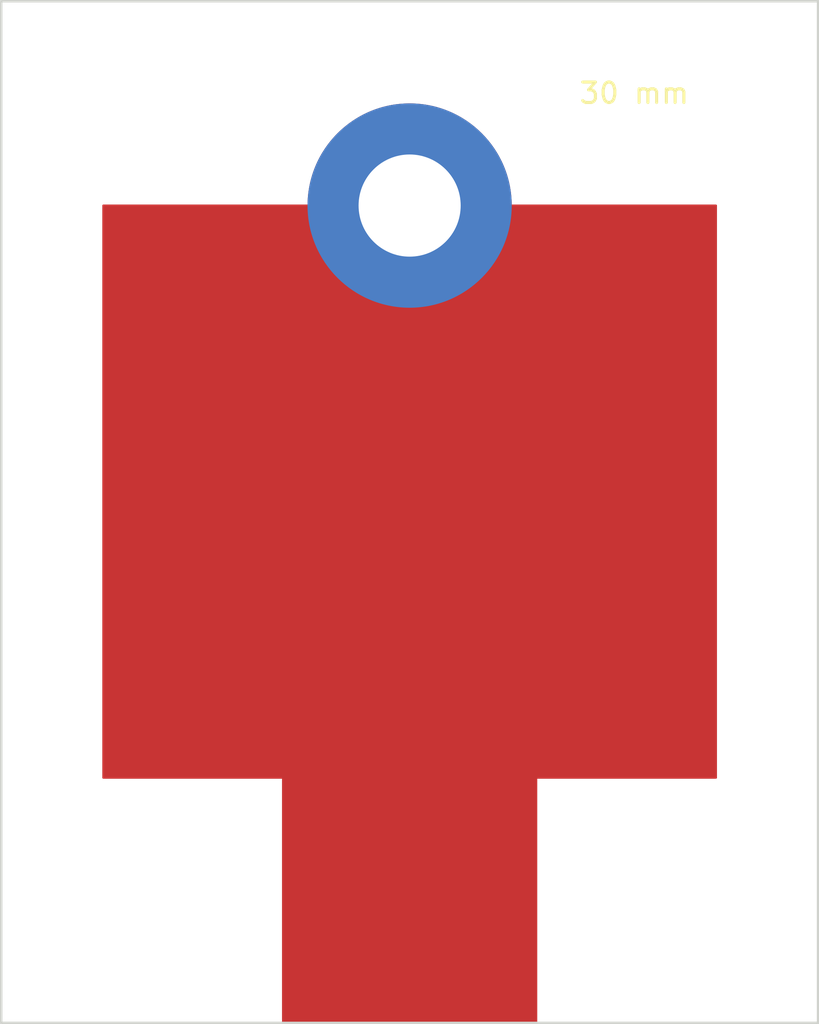
<source format=kicad_pcb>
(kicad_pcb (version 20171130) (host pcbnew "(5.1.5)-3")

  (general
    (thickness 1.6)
    (drawings 5)
    (tracks 0)
    (zones 0)
    (modules 1)
    (nets 1)
  )

  (page A4)
  (title_block
    (title "30 mm Test Board")
    (rev 1.0)
    (company "Würth Elektronik")
    (comment 4 "Dakota Woertink")
  )

  (layers
    (0 F.Cu signal)
    (31 B.Cu signal)
    (32 B.Adhes user)
    (33 F.Adhes user)
    (34 B.Paste user)
    (35 F.Paste user)
    (36 B.SilkS user)
    (37 F.SilkS user)
    (38 B.Mask user)
    (39 F.Mask user)
    (40 Dwgs.User user)
    (41 Cmts.User user)
    (42 Eco1.User user)
    (43 Eco2.User user)
    (44 Edge.Cuts user)
    (45 Margin user)
    (46 B.CrtYd user)
    (47 F.CrtYd user)
    (48 B.Fab user)
    (49 F.Fab user)
  )

  (setup
    (last_trace_width 0.25)
    (trace_clearance 0.2)
    (zone_clearance 0.508)
    (zone_45_only no)
    (trace_min 0.2)
    (via_size 0.8)
    (via_drill 0.4)
    (via_min_size 0.4)
    (via_min_drill 0.3)
    (uvia_size 0.3)
    (uvia_drill 0.1)
    (uvias_allowed no)
    (uvia_min_size 0.2)
    (uvia_min_drill 0.1)
    (edge_width 0.05)
    (segment_width 0.2)
    (pcb_text_width 0.3)
    (pcb_text_size 1.5 1.5)
    (mod_edge_width 0.12)
    (mod_text_size 1 1)
    (mod_text_width 0.15)
    (pad_size 12.5 12.5)
    (pad_drill 0)
    (pad_to_mask_clearance 0.051)
    (solder_mask_min_width 0.25)
    (aux_axis_origin 0 0)
    (visible_elements 7FFFFFFF)
    (pcbplotparams
      (layerselection 0x010fc_ffffffff)
      (usegerberextensions false)
      (usegerberattributes false)
      (usegerberadvancedattributes false)
      (creategerberjobfile false)
      (excludeedgelayer true)
      (linewidth 0.100000)
      (plotframeref false)
      (viasonmask false)
      (mode 1)
      (useauxorigin false)
      (hpglpennumber 1)
      (hpglpenspeed 20)
      (hpglpendiameter 15.000000)
      (psnegative false)
      (psa4output false)
      (plotreference true)
      (plotvalue true)
      (plotinvisibletext false)
      (padsonsilk false)
      (subtractmaskfromsilk false)
      (outputformat 1)
      (mirror false)
      (drillshape 1)
      (scaleselection 1)
      (outputdirectory ""))
  )

  (net 0 "")

  (net_class Default "This is the default net class."
    (clearance 0.2)
    (trace_width 0.25)
    (via_dia 0.8)
    (via_drill 0.4)
    (uvia_dia 0.3)
    (uvia_drill 0.1)
  )

  (module 30_mm:30_mm (layer F.Cu) (tedit 664D0CCD) (tstamp 664D5670)
    (at 140 80)
    (fp_text reference "30 mm" (at 11 -5.5) (layer F.SilkS)
      (effects (font (size 1 1) (thickness 0.15)))
    )
    (fp_text value 30_mm (at -11 -6) (layer F.Fab)
      (effects (font (size 1 1) (thickness 0.15)))
    )
    (pad 2 smd rect (at 0 33.75) (size 12.5 12.5) (layers F.Cu F.Paste F.Mask))
    (pad 1 thru_hole circle (at 0 0) (size 10 10) (drill 5) (layers *.Cu *.Mask))
  )

  (gr_line (start 120 120) (end 120 70) (layer Edge.Cuts) (width 0.12) (tstamp 664D5685))
  (gr_line (start 160 120) (end 120 120) (layer Edge.Cuts) (width 0.12))
  (gr_line (start 160 70) (end 160 120) (layer Edge.Cuts) (width 0.12))
  (gr_line (start 120 70) (end 160 70) (layer Edge.Cuts) (width 0.12))
  (gr_poly (pts (xy 155 108) (xy 125 108) (xy 125 80) (xy 155 80)) (layer F.Cu) (width 0.1))

)

</source>
